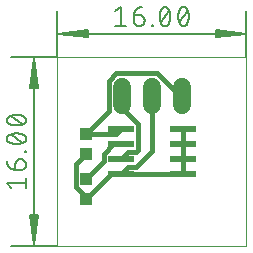
<source format=gtl>
G75*
%MOIN*%
%OFA0B0*%
%FSLAX25Y25*%
%IPPOS*%
%LPD*%
%AMOC8*
5,1,8,0,0,1.08239X$1,22.5*
%
%ADD10C,0.00000*%
%ADD11C,0.00512*%
%ADD12C,0.00600*%
%ADD13R,0.03937X0.04331*%
%ADD14C,0.06000*%
%ADD15R,0.08700X0.02400*%
%ADD16C,0.01600*%
D10*
X0021216Y0001256D02*
X0021216Y0064248D01*
X0084208Y0064248D01*
X0084208Y0001256D01*
X0021216Y0001256D01*
D11*
X0005665Y0001256D01*
X0013342Y0001512D02*
X0014365Y0011492D01*
X0014599Y0011492D02*
X0013342Y0001512D01*
X0012318Y0011492D01*
X0012085Y0011492D02*
X0014599Y0011492D01*
X0013854Y0011492D02*
X0013342Y0001512D01*
X0012830Y0011492D01*
X0012085Y0011492D02*
X0013342Y0001512D01*
X0013342Y0063992D01*
X0014365Y0054012D01*
X0014599Y0054012D02*
X0013342Y0063992D01*
X0012318Y0054012D01*
X0012085Y0054012D02*
X0014599Y0054012D01*
X0013854Y0054012D02*
X0013342Y0063992D01*
X0012830Y0054012D01*
X0012085Y0054012D02*
X0013342Y0063992D01*
X0005665Y0064248D02*
X0021216Y0064248D01*
X0021216Y0079799D01*
X0021472Y0072122D02*
X0031452Y0071098D01*
X0031452Y0070865D02*
X0021472Y0072122D01*
X0031452Y0073146D01*
X0031452Y0073379D02*
X0031452Y0070865D01*
X0031452Y0071610D02*
X0021472Y0072122D01*
X0031452Y0072634D01*
X0031452Y0073379D02*
X0021472Y0072122D01*
X0083952Y0072122D01*
X0073972Y0071098D01*
X0073972Y0070865D02*
X0083952Y0072122D01*
X0073972Y0073146D01*
X0073972Y0073379D02*
X0073972Y0070865D01*
X0073972Y0071610D02*
X0083952Y0072122D01*
X0073972Y0072634D01*
X0073972Y0073379D02*
X0083952Y0072122D01*
X0084208Y0079799D02*
X0084208Y0064248D01*
D12*
X0061994Y0075573D02*
X0061934Y0075700D01*
X0061878Y0075829D01*
X0061825Y0075959D01*
X0061775Y0076091D01*
X0061729Y0076224D01*
X0061687Y0076358D01*
X0061648Y0076493D01*
X0061612Y0076630D01*
X0061581Y0076767D01*
X0061553Y0076905D01*
X0061528Y0077043D01*
X0061508Y0077182D01*
X0061491Y0077322D01*
X0061478Y0077462D01*
X0061469Y0077603D01*
X0061463Y0077743D01*
X0061461Y0077884D01*
X0055840Y0075573D02*
X0055780Y0075700D01*
X0055724Y0075829D01*
X0055671Y0075959D01*
X0055621Y0076091D01*
X0055575Y0076224D01*
X0055533Y0076358D01*
X0055494Y0076493D01*
X0055458Y0076630D01*
X0055427Y0076767D01*
X0055399Y0076905D01*
X0055374Y0077043D01*
X0055354Y0077182D01*
X0055337Y0077322D01*
X0055324Y0077462D01*
X0055315Y0077603D01*
X0055309Y0077743D01*
X0055307Y0077884D01*
X0058862Y0077884D02*
X0058860Y0078025D01*
X0058854Y0078165D01*
X0058845Y0078306D01*
X0058832Y0078446D01*
X0058815Y0078586D01*
X0058795Y0078725D01*
X0058770Y0078863D01*
X0058742Y0079001D01*
X0058711Y0079138D01*
X0058675Y0079275D01*
X0058636Y0079410D01*
X0058594Y0079544D01*
X0058548Y0079677D01*
X0058498Y0079809D01*
X0058445Y0079939D01*
X0058389Y0080068D01*
X0058329Y0080195D01*
X0058506Y0079662D02*
X0055662Y0076106D01*
X0057084Y0074683D02*
X0057155Y0074685D01*
X0057226Y0074691D01*
X0057296Y0074700D01*
X0057366Y0074714D01*
X0057435Y0074731D01*
X0057502Y0074751D01*
X0057569Y0074776D01*
X0057634Y0074804D01*
X0057698Y0074835D01*
X0057760Y0074870D01*
X0057820Y0074908D01*
X0057877Y0074949D01*
X0057933Y0074993D01*
X0057986Y0075041D01*
X0058036Y0075091D01*
X0058084Y0075143D01*
X0058129Y0075198D01*
X0058170Y0075256D01*
X0058209Y0075316D01*
X0058244Y0075377D01*
X0058276Y0075441D01*
X0058304Y0075506D01*
X0058329Y0075572D01*
X0057084Y0074683D02*
X0057013Y0074685D01*
X0056942Y0074691D01*
X0056872Y0074700D01*
X0056802Y0074714D01*
X0056733Y0074731D01*
X0056666Y0074751D01*
X0056599Y0074776D01*
X0056534Y0074804D01*
X0056470Y0074835D01*
X0056408Y0074870D01*
X0056348Y0074908D01*
X0056290Y0074949D01*
X0056235Y0074993D01*
X0056182Y0075041D01*
X0056132Y0075091D01*
X0056084Y0075143D01*
X0056039Y0075198D01*
X0055998Y0075256D01*
X0055959Y0075316D01*
X0055924Y0075377D01*
X0055892Y0075441D01*
X0055864Y0075506D01*
X0055839Y0075572D01*
X0058329Y0075573D02*
X0058389Y0075700D01*
X0058445Y0075829D01*
X0058498Y0075959D01*
X0058548Y0076091D01*
X0058594Y0076224D01*
X0058636Y0076358D01*
X0058675Y0076493D01*
X0058711Y0076630D01*
X0058742Y0076767D01*
X0058770Y0076905D01*
X0058795Y0077043D01*
X0058815Y0077182D01*
X0058832Y0077322D01*
X0058845Y0077462D01*
X0058854Y0077603D01*
X0058860Y0077743D01*
X0058862Y0077884D01*
X0064483Y0075573D02*
X0064543Y0075700D01*
X0064599Y0075829D01*
X0064652Y0075959D01*
X0064702Y0076091D01*
X0064748Y0076224D01*
X0064790Y0076358D01*
X0064829Y0076493D01*
X0064865Y0076630D01*
X0064896Y0076767D01*
X0064924Y0076905D01*
X0064949Y0077043D01*
X0064969Y0077182D01*
X0064986Y0077322D01*
X0064999Y0077462D01*
X0065008Y0077603D01*
X0065014Y0077743D01*
X0065016Y0077884D01*
X0061460Y0077884D02*
X0061462Y0078025D01*
X0061468Y0078165D01*
X0061477Y0078306D01*
X0061490Y0078446D01*
X0061507Y0078586D01*
X0061527Y0078725D01*
X0061552Y0078863D01*
X0061580Y0079001D01*
X0061611Y0079138D01*
X0061647Y0079275D01*
X0061686Y0079410D01*
X0061728Y0079544D01*
X0061774Y0079677D01*
X0061824Y0079809D01*
X0061877Y0079939D01*
X0061933Y0080068D01*
X0061993Y0080195D01*
X0063238Y0081084D02*
X0063309Y0081082D01*
X0063380Y0081076D01*
X0063450Y0081067D01*
X0063520Y0081053D01*
X0063589Y0081036D01*
X0063656Y0081016D01*
X0063723Y0080991D01*
X0063788Y0080963D01*
X0063852Y0080932D01*
X0063914Y0080897D01*
X0063974Y0080859D01*
X0064032Y0080818D01*
X0064087Y0080774D01*
X0064140Y0080726D01*
X0064190Y0080676D01*
X0064238Y0080624D01*
X0064283Y0080569D01*
X0064324Y0080511D01*
X0064363Y0080451D01*
X0064398Y0080390D01*
X0064430Y0080326D01*
X0064458Y0080261D01*
X0064483Y0080195D01*
X0064660Y0079662D02*
X0061816Y0076106D01*
X0063238Y0074683D02*
X0063309Y0074685D01*
X0063380Y0074691D01*
X0063450Y0074700D01*
X0063520Y0074714D01*
X0063589Y0074731D01*
X0063656Y0074751D01*
X0063723Y0074776D01*
X0063788Y0074804D01*
X0063852Y0074835D01*
X0063914Y0074870D01*
X0063974Y0074908D01*
X0064031Y0074949D01*
X0064087Y0074993D01*
X0064140Y0075041D01*
X0064190Y0075091D01*
X0064238Y0075143D01*
X0064283Y0075198D01*
X0064324Y0075256D01*
X0064363Y0075316D01*
X0064398Y0075377D01*
X0064430Y0075441D01*
X0064458Y0075506D01*
X0064483Y0075572D01*
X0063238Y0074683D02*
X0063167Y0074685D01*
X0063096Y0074691D01*
X0063026Y0074700D01*
X0062956Y0074714D01*
X0062887Y0074731D01*
X0062820Y0074751D01*
X0062753Y0074776D01*
X0062688Y0074804D01*
X0062624Y0074835D01*
X0062562Y0074870D01*
X0062502Y0074908D01*
X0062444Y0074949D01*
X0062389Y0074993D01*
X0062336Y0075041D01*
X0062286Y0075091D01*
X0062238Y0075143D01*
X0062193Y0075198D01*
X0062152Y0075256D01*
X0062113Y0075316D01*
X0062078Y0075377D01*
X0062046Y0075441D01*
X0062018Y0075506D01*
X0061993Y0075572D01*
X0055306Y0077884D02*
X0055308Y0078025D01*
X0055314Y0078165D01*
X0055323Y0078306D01*
X0055336Y0078446D01*
X0055353Y0078586D01*
X0055373Y0078725D01*
X0055398Y0078863D01*
X0055426Y0079001D01*
X0055457Y0079138D01*
X0055493Y0079275D01*
X0055532Y0079410D01*
X0055574Y0079544D01*
X0055620Y0079677D01*
X0055670Y0079809D01*
X0055723Y0079939D01*
X0055779Y0080068D01*
X0055839Y0080195D01*
X0057084Y0081084D02*
X0057155Y0081082D01*
X0057226Y0081076D01*
X0057296Y0081067D01*
X0057366Y0081053D01*
X0057435Y0081036D01*
X0057502Y0081016D01*
X0057569Y0080991D01*
X0057634Y0080963D01*
X0057698Y0080932D01*
X0057760Y0080897D01*
X0057820Y0080859D01*
X0057878Y0080818D01*
X0057933Y0080774D01*
X0057986Y0080726D01*
X0058036Y0080676D01*
X0058084Y0080624D01*
X0058129Y0080569D01*
X0058170Y0080511D01*
X0058209Y0080451D01*
X0058244Y0080390D01*
X0058276Y0080326D01*
X0058304Y0080261D01*
X0058329Y0080195D01*
X0057084Y0081084D02*
X0057013Y0081082D01*
X0056942Y0081076D01*
X0056872Y0081067D01*
X0056802Y0081053D01*
X0056733Y0081036D01*
X0056666Y0081016D01*
X0056599Y0080991D01*
X0056534Y0080963D01*
X0056470Y0080932D01*
X0056408Y0080897D01*
X0056348Y0080859D01*
X0056290Y0080818D01*
X0056235Y0080774D01*
X0056182Y0080726D01*
X0056132Y0080676D01*
X0056084Y0080624D01*
X0056039Y0080569D01*
X0055998Y0080511D01*
X0055959Y0080451D01*
X0055924Y0080390D01*
X0055892Y0080326D01*
X0055864Y0080261D01*
X0055839Y0080195D01*
X0064483Y0080195D02*
X0064543Y0080068D01*
X0064599Y0079939D01*
X0064652Y0079809D01*
X0064702Y0079677D01*
X0064748Y0079544D01*
X0064790Y0079410D01*
X0064829Y0079275D01*
X0064865Y0079138D01*
X0064896Y0079001D01*
X0064924Y0078863D01*
X0064949Y0078725D01*
X0064969Y0078586D01*
X0064986Y0078446D01*
X0064999Y0078306D01*
X0065008Y0078165D01*
X0065014Y0078025D01*
X0065016Y0077884D01*
X0063238Y0081084D02*
X0063167Y0081082D01*
X0063096Y0081076D01*
X0063026Y0081067D01*
X0062956Y0081053D01*
X0062887Y0081036D01*
X0062820Y0081016D01*
X0062753Y0080991D01*
X0062688Y0080963D01*
X0062624Y0080932D01*
X0062562Y0080897D01*
X0062502Y0080859D01*
X0062444Y0080818D01*
X0062389Y0080774D01*
X0062336Y0080726D01*
X0062286Y0080676D01*
X0062238Y0080624D01*
X0062193Y0080569D01*
X0062152Y0080511D01*
X0062113Y0080451D01*
X0062078Y0080390D01*
X0062046Y0080326D01*
X0062018Y0080261D01*
X0061993Y0080195D01*
X0052954Y0075039D02*
X0052954Y0074684D01*
X0052599Y0074684D01*
X0052599Y0075039D01*
X0052954Y0075039D01*
X0050246Y0076462D02*
X0050246Y0076817D01*
X0050244Y0076891D01*
X0050238Y0076966D01*
X0050228Y0077039D01*
X0050215Y0077113D01*
X0050198Y0077185D01*
X0050176Y0077256D01*
X0050152Y0077327D01*
X0050123Y0077395D01*
X0050091Y0077463D01*
X0050055Y0077528D01*
X0050017Y0077591D01*
X0049974Y0077653D01*
X0049929Y0077712D01*
X0049881Y0077769D01*
X0049830Y0077823D01*
X0049776Y0077874D01*
X0049719Y0077922D01*
X0049660Y0077967D01*
X0049598Y0078010D01*
X0049535Y0078048D01*
X0049470Y0078084D01*
X0049402Y0078116D01*
X0049334Y0078145D01*
X0049263Y0078169D01*
X0049192Y0078191D01*
X0049120Y0078208D01*
X0049046Y0078221D01*
X0048973Y0078231D01*
X0048898Y0078237D01*
X0048824Y0078239D01*
X0046691Y0078239D01*
X0046691Y0076462D01*
X0046693Y0076379D01*
X0046699Y0076296D01*
X0046709Y0076213D01*
X0046722Y0076130D01*
X0046740Y0076049D01*
X0046761Y0075968D01*
X0046786Y0075889D01*
X0046815Y0075811D01*
X0046847Y0075734D01*
X0046883Y0075659D01*
X0046922Y0075585D01*
X0046965Y0075514D01*
X0047011Y0075444D01*
X0047061Y0075377D01*
X0047113Y0075312D01*
X0047168Y0075250D01*
X0047227Y0075190D01*
X0047288Y0075133D01*
X0047351Y0075079D01*
X0047417Y0075028D01*
X0047486Y0074981D01*
X0047556Y0074936D01*
X0047629Y0074895D01*
X0047703Y0074858D01*
X0047779Y0074823D01*
X0047857Y0074793D01*
X0047935Y0074766D01*
X0048016Y0074743D01*
X0048097Y0074723D01*
X0048179Y0074708D01*
X0048261Y0074696D01*
X0048344Y0074688D01*
X0048427Y0074684D01*
X0048511Y0074684D01*
X0048594Y0074688D01*
X0048677Y0074696D01*
X0048759Y0074708D01*
X0048841Y0074723D01*
X0048922Y0074743D01*
X0049003Y0074766D01*
X0049081Y0074793D01*
X0049159Y0074823D01*
X0049235Y0074858D01*
X0049309Y0074895D01*
X0049382Y0074936D01*
X0049452Y0074981D01*
X0049521Y0075028D01*
X0049587Y0075079D01*
X0049650Y0075133D01*
X0049711Y0075190D01*
X0049770Y0075250D01*
X0049825Y0075312D01*
X0049877Y0075377D01*
X0049927Y0075444D01*
X0049973Y0075514D01*
X0050016Y0075585D01*
X0050055Y0075659D01*
X0050091Y0075734D01*
X0050123Y0075811D01*
X0050152Y0075889D01*
X0050177Y0075968D01*
X0050198Y0076049D01*
X0050216Y0076130D01*
X0050229Y0076213D01*
X0050239Y0076296D01*
X0050245Y0076379D01*
X0050247Y0076462D01*
X0046691Y0078239D02*
X0046693Y0078345D01*
X0046699Y0078452D01*
X0046709Y0078557D01*
X0046723Y0078663D01*
X0046741Y0078768D01*
X0046762Y0078872D01*
X0046788Y0078975D01*
X0046817Y0079077D01*
X0046851Y0079178D01*
X0046888Y0079278D01*
X0046928Y0079376D01*
X0046973Y0079473D01*
X0047021Y0079568D01*
X0047072Y0079661D01*
X0047127Y0079752D01*
X0047185Y0079841D01*
X0047247Y0079928D01*
X0047311Y0080012D01*
X0047379Y0080094D01*
X0047450Y0080173D01*
X0047524Y0080250D01*
X0047601Y0080324D01*
X0047680Y0080395D01*
X0047762Y0080463D01*
X0047846Y0080527D01*
X0047933Y0080589D01*
X0048022Y0080647D01*
X0048113Y0080702D01*
X0048206Y0080753D01*
X0048301Y0080801D01*
X0048398Y0080846D01*
X0048496Y0080886D01*
X0048596Y0080923D01*
X0048697Y0080957D01*
X0048799Y0080986D01*
X0048902Y0081012D01*
X0049006Y0081033D01*
X0049111Y0081051D01*
X0049217Y0081065D01*
X0049322Y0081075D01*
X0049429Y0081081D01*
X0049535Y0081083D01*
X0044092Y0074684D02*
X0040537Y0074684D01*
X0042315Y0074684D02*
X0042315Y0081084D01*
X0040537Y0079662D01*
X0009891Y0042034D02*
X0009764Y0041974D01*
X0009635Y0041918D01*
X0009505Y0041865D01*
X0009373Y0041815D01*
X0009240Y0041769D01*
X0009106Y0041727D01*
X0008971Y0041688D01*
X0008834Y0041652D01*
X0008697Y0041621D01*
X0008559Y0041593D01*
X0008421Y0041568D01*
X0008282Y0041548D01*
X0008142Y0041531D01*
X0008002Y0041518D01*
X0007861Y0041509D01*
X0007721Y0041503D01*
X0007580Y0041501D01*
X0009891Y0035880D02*
X0009764Y0035820D01*
X0009635Y0035764D01*
X0009505Y0035711D01*
X0009373Y0035661D01*
X0009240Y0035615D01*
X0009106Y0035573D01*
X0008971Y0035534D01*
X0008834Y0035498D01*
X0008697Y0035467D01*
X0008559Y0035439D01*
X0008421Y0035414D01*
X0008282Y0035394D01*
X0008142Y0035377D01*
X0008002Y0035364D01*
X0007861Y0035355D01*
X0007721Y0035349D01*
X0007580Y0035347D01*
X0007580Y0038902D02*
X0007439Y0038900D01*
X0007299Y0038894D01*
X0007158Y0038885D01*
X0007018Y0038872D01*
X0006878Y0038855D01*
X0006739Y0038835D01*
X0006601Y0038810D01*
X0006463Y0038782D01*
X0006326Y0038751D01*
X0006189Y0038715D01*
X0006054Y0038676D01*
X0005920Y0038634D01*
X0005787Y0038588D01*
X0005655Y0038538D01*
X0005525Y0038485D01*
X0005396Y0038429D01*
X0005269Y0038369D01*
X0005802Y0038546D02*
X0009358Y0035702D01*
X0010780Y0037124D02*
X0010778Y0037195D01*
X0010772Y0037266D01*
X0010763Y0037336D01*
X0010749Y0037406D01*
X0010732Y0037475D01*
X0010712Y0037542D01*
X0010687Y0037609D01*
X0010659Y0037674D01*
X0010628Y0037738D01*
X0010593Y0037800D01*
X0010555Y0037860D01*
X0010514Y0037917D01*
X0010470Y0037973D01*
X0010422Y0038026D01*
X0010372Y0038076D01*
X0010320Y0038124D01*
X0010265Y0038169D01*
X0010207Y0038210D01*
X0010147Y0038249D01*
X0010086Y0038284D01*
X0010022Y0038316D01*
X0009957Y0038344D01*
X0009891Y0038369D01*
X0010780Y0037124D02*
X0010778Y0037053D01*
X0010772Y0036982D01*
X0010763Y0036912D01*
X0010749Y0036842D01*
X0010732Y0036773D01*
X0010712Y0036706D01*
X0010687Y0036639D01*
X0010659Y0036574D01*
X0010628Y0036510D01*
X0010593Y0036448D01*
X0010555Y0036388D01*
X0010514Y0036330D01*
X0010470Y0036275D01*
X0010422Y0036222D01*
X0010372Y0036172D01*
X0010320Y0036124D01*
X0010265Y0036079D01*
X0010207Y0036038D01*
X0010147Y0035999D01*
X0010086Y0035964D01*
X0010022Y0035932D01*
X0009957Y0035904D01*
X0009891Y0035879D01*
X0010424Y0032994D02*
X0010780Y0032994D01*
X0010780Y0032639D01*
X0010424Y0032639D01*
X0010424Y0032994D01*
X0009002Y0030286D02*
X0008647Y0030286D01*
X0008573Y0030284D01*
X0008498Y0030278D01*
X0008425Y0030268D01*
X0008351Y0030255D01*
X0008279Y0030238D01*
X0008208Y0030216D01*
X0008137Y0030192D01*
X0008069Y0030163D01*
X0008001Y0030131D01*
X0007936Y0030095D01*
X0007873Y0030057D01*
X0007811Y0030014D01*
X0007752Y0029969D01*
X0007695Y0029921D01*
X0007641Y0029870D01*
X0007590Y0029816D01*
X0007542Y0029759D01*
X0007497Y0029700D01*
X0007454Y0029638D01*
X0007416Y0029575D01*
X0007380Y0029510D01*
X0007348Y0029442D01*
X0007319Y0029374D01*
X0007295Y0029303D01*
X0007273Y0029232D01*
X0007256Y0029160D01*
X0007243Y0029086D01*
X0007233Y0029013D01*
X0007227Y0028938D01*
X0007225Y0028864D01*
X0007224Y0028864D02*
X0007224Y0026731D01*
X0009002Y0026731D01*
X0009085Y0026733D01*
X0009168Y0026739D01*
X0009251Y0026749D01*
X0009334Y0026762D01*
X0009415Y0026780D01*
X0009496Y0026801D01*
X0009575Y0026826D01*
X0009653Y0026855D01*
X0009730Y0026887D01*
X0009805Y0026923D01*
X0009879Y0026962D01*
X0009950Y0027005D01*
X0010020Y0027051D01*
X0010087Y0027101D01*
X0010152Y0027153D01*
X0010214Y0027208D01*
X0010274Y0027267D01*
X0010331Y0027328D01*
X0010385Y0027391D01*
X0010436Y0027457D01*
X0010483Y0027526D01*
X0010528Y0027596D01*
X0010569Y0027669D01*
X0010606Y0027743D01*
X0010641Y0027819D01*
X0010671Y0027897D01*
X0010698Y0027975D01*
X0010721Y0028056D01*
X0010741Y0028137D01*
X0010756Y0028219D01*
X0010768Y0028301D01*
X0010776Y0028384D01*
X0010780Y0028467D01*
X0010780Y0028551D01*
X0010776Y0028634D01*
X0010768Y0028717D01*
X0010756Y0028799D01*
X0010741Y0028881D01*
X0010721Y0028962D01*
X0010698Y0029043D01*
X0010671Y0029121D01*
X0010641Y0029199D01*
X0010606Y0029275D01*
X0010569Y0029349D01*
X0010528Y0029422D01*
X0010483Y0029492D01*
X0010436Y0029561D01*
X0010385Y0029627D01*
X0010331Y0029690D01*
X0010274Y0029751D01*
X0010214Y0029810D01*
X0010152Y0029865D01*
X0010087Y0029917D01*
X0010020Y0029967D01*
X0009950Y0030013D01*
X0009879Y0030056D01*
X0009805Y0030095D01*
X0009730Y0030131D01*
X0009653Y0030163D01*
X0009575Y0030192D01*
X0009496Y0030217D01*
X0009415Y0030238D01*
X0009334Y0030256D01*
X0009251Y0030269D01*
X0009168Y0030279D01*
X0009085Y0030285D01*
X0009002Y0030287D01*
X0007224Y0026731D02*
X0007118Y0026733D01*
X0007011Y0026739D01*
X0006906Y0026749D01*
X0006800Y0026763D01*
X0006695Y0026781D01*
X0006591Y0026802D01*
X0006488Y0026828D01*
X0006386Y0026857D01*
X0006285Y0026891D01*
X0006185Y0026928D01*
X0006087Y0026968D01*
X0005990Y0027013D01*
X0005895Y0027061D01*
X0005802Y0027112D01*
X0005711Y0027167D01*
X0005622Y0027225D01*
X0005535Y0027287D01*
X0005451Y0027351D01*
X0005369Y0027419D01*
X0005290Y0027490D01*
X0005213Y0027564D01*
X0005139Y0027641D01*
X0005068Y0027720D01*
X0005000Y0027802D01*
X0004936Y0027886D01*
X0004874Y0027973D01*
X0004816Y0028062D01*
X0004761Y0028153D01*
X0004710Y0028246D01*
X0004662Y0028341D01*
X0004617Y0028438D01*
X0004577Y0028536D01*
X0004540Y0028636D01*
X0004506Y0028737D01*
X0004477Y0028839D01*
X0004451Y0028942D01*
X0004430Y0029046D01*
X0004412Y0029151D01*
X0004398Y0029257D01*
X0004388Y0029362D01*
X0004382Y0029469D01*
X0004380Y0029575D01*
X0007580Y0038902D02*
X0007721Y0038900D01*
X0007861Y0038894D01*
X0008002Y0038885D01*
X0008142Y0038872D01*
X0008282Y0038855D01*
X0008421Y0038835D01*
X0008559Y0038810D01*
X0008697Y0038782D01*
X0008834Y0038751D01*
X0008971Y0038715D01*
X0009106Y0038676D01*
X0009240Y0038634D01*
X0009373Y0038588D01*
X0009505Y0038538D01*
X0009635Y0038485D01*
X0009764Y0038429D01*
X0009891Y0038369D01*
X0009891Y0044523D02*
X0009764Y0044583D01*
X0009635Y0044639D01*
X0009505Y0044692D01*
X0009373Y0044742D01*
X0009240Y0044788D01*
X0009106Y0044830D01*
X0008971Y0044869D01*
X0008834Y0044905D01*
X0008697Y0044936D01*
X0008559Y0044964D01*
X0008421Y0044989D01*
X0008282Y0045009D01*
X0008142Y0045026D01*
X0008002Y0045039D01*
X0007861Y0045048D01*
X0007721Y0045054D01*
X0007580Y0045056D01*
X0007580Y0041501D02*
X0007439Y0041503D01*
X0007299Y0041509D01*
X0007158Y0041518D01*
X0007018Y0041531D01*
X0006878Y0041548D01*
X0006739Y0041568D01*
X0006601Y0041593D01*
X0006463Y0041621D01*
X0006326Y0041652D01*
X0006189Y0041688D01*
X0006054Y0041727D01*
X0005920Y0041769D01*
X0005787Y0041815D01*
X0005655Y0041865D01*
X0005525Y0041918D01*
X0005396Y0041974D01*
X0005269Y0042034D01*
X0004380Y0043278D02*
X0004382Y0043349D01*
X0004388Y0043420D01*
X0004397Y0043490D01*
X0004411Y0043560D01*
X0004428Y0043629D01*
X0004448Y0043696D01*
X0004473Y0043763D01*
X0004501Y0043828D01*
X0004532Y0043892D01*
X0004567Y0043954D01*
X0004605Y0044014D01*
X0004646Y0044072D01*
X0004690Y0044127D01*
X0004738Y0044180D01*
X0004788Y0044230D01*
X0004840Y0044278D01*
X0004895Y0044323D01*
X0004953Y0044364D01*
X0005013Y0044403D01*
X0005074Y0044438D01*
X0005138Y0044470D01*
X0005203Y0044498D01*
X0005269Y0044523D01*
X0005802Y0044701D02*
X0009358Y0041856D01*
X0010780Y0043278D02*
X0010778Y0043349D01*
X0010772Y0043420D01*
X0010763Y0043490D01*
X0010749Y0043560D01*
X0010732Y0043629D01*
X0010712Y0043696D01*
X0010687Y0043763D01*
X0010659Y0043828D01*
X0010628Y0043892D01*
X0010593Y0043954D01*
X0010555Y0044014D01*
X0010514Y0044071D01*
X0010470Y0044127D01*
X0010422Y0044180D01*
X0010372Y0044230D01*
X0010320Y0044278D01*
X0010265Y0044323D01*
X0010207Y0044364D01*
X0010147Y0044403D01*
X0010086Y0044438D01*
X0010022Y0044470D01*
X0009957Y0044498D01*
X0009891Y0044523D01*
X0010780Y0043278D02*
X0010778Y0043207D01*
X0010772Y0043136D01*
X0010763Y0043066D01*
X0010749Y0042996D01*
X0010732Y0042927D01*
X0010712Y0042860D01*
X0010687Y0042793D01*
X0010659Y0042728D01*
X0010628Y0042664D01*
X0010593Y0042602D01*
X0010555Y0042542D01*
X0010514Y0042484D01*
X0010470Y0042429D01*
X0010422Y0042376D01*
X0010372Y0042326D01*
X0010320Y0042278D01*
X0010265Y0042233D01*
X0010207Y0042192D01*
X0010147Y0042153D01*
X0010086Y0042118D01*
X0010022Y0042086D01*
X0009957Y0042058D01*
X0009891Y0042033D01*
X0007580Y0035347D02*
X0007439Y0035349D01*
X0007299Y0035355D01*
X0007158Y0035364D01*
X0007018Y0035377D01*
X0006878Y0035394D01*
X0006739Y0035414D01*
X0006601Y0035439D01*
X0006463Y0035467D01*
X0006326Y0035498D01*
X0006189Y0035534D01*
X0006054Y0035573D01*
X0005920Y0035615D01*
X0005787Y0035661D01*
X0005655Y0035711D01*
X0005525Y0035764D01*
X0005396Y0035820D01*
X0005269Y0035880D01*
X0004380Y0037124D02*
X0004382Y0037195D01*
X0004388Y0037266D01*
X0004397Y0037336D01*
X0004411Y0037406D01*
X0004428Y0037475D01*
X0004448Y0037542D01*
X0004473Y0037609D01*
X0004501Y0037674D01*
X0004532Y0037738D01*
X0004567Y0037800D01*
X0004605Y0037860D01*
X0004646Y0037918D01*
X0004690Y0037973D01*
X0004738Y0038026D01*
X0004788Y0038076D01*
X0004840Y0038124D01*
X0004895Y0038169D01*
X0004953Y0038210D01*
X0005013Y0038249D01*
X0005074Y0038284D01*
X0005138Y0038316D01*
X0005203Y0038344D01*
X0005269Y0038369D01*
X0004380Y0037124D02*
X0004382Y0037053D01*
X0004388Y0036982D01*
X0004397Y0036912D01*
X0004411Y0036842D01*
X0004428Y0036773D01*
X0004448Y0036706D01*
X0004473Y0036639D01*
X0004501Y0036574D01*
X0004532Y0036510D01*
X0004567Y0036448D01*
X0004605Y0036388D01*
X0004646Y0036330D01*
X0004690Y0036275D01*
X0004738Y0036222D01*
X0004788Y0036172D01*
X0004840Y0036124D01*
X0004895Y0036079D01*
X0004953Y0036038D01*
X0005013Y0035999D01*
X0005074Y0035964D01*
X0005138Y0035932D01*
X0005203Y0035904D01*
X0005269Y0035879D01*
X0005269Y0044523D02*
X0005396Y0044583D01*
X0005525Y0044639D01*
X0005655Y0044692D01*
X0005787Y0044742D01*
X0005920Y0044788D01*
X0006054Y0044830D01*
X0006189Y0044869D01*
X0006326Y0044905D01*
X0006463Y0044936D01*
X0006601Y0044964D01*
X0006739Y0044989D01*
X0006878Y0045009D01*
X0007018Y0045026D01*
X0007158Y0045039D01*
X0007299Y0045048D01*
X0007439Y0045054D01*
X0007580Y0045056D01*
X0004380Y0043278D02*
X0004382Y0043207D01*
X0004388Y0043136D01*
X0004397Y0043066D01*
X0004411Y0042996D01*
X0004428Y0042927D01*
X0004448Y0042860D01*
X0004473Y0042793D01*
X0004501Y0042728D01*
X0004532Y0042664D01*
X0004567Y0042602D01*
X0004605Y0042542D01*
X0004646Y0042484D01*
X0004690Y0042429D01*
X0004738Y0042376D01*
X0004788Y0042326D01*
X0004840Y0042278D01*
X0004895Y0042233D01*
X0004953Y0042192D01*
X0005013Y0042153D01*
X0005074Y0042118D01*
X0005138Y0042086D01*
X0005203Y0042058D01*
X0005269Y0042033D01*
X0010780Y0024132D02*
X0010780Y0020577D01*
X0010780Y0022355D02*
X0004380Y0022355D01*
X0005802Y0020577D01*
X0030861Y0023815D02*
X0031350Y0023947D01*
X0039750Y0034747D02*
X0042150Y0034747D01*
X0042412Y0035252D01*
X0042150Y0040147D02*
X0042412Y0040252D01*
X0031350Y0038947D02*
X0030901Y0038776D01*
D13*
X0030901Y0038776D03*
X0030901Y0032083D03*
X0030861Y0023815D03*
X0030861Y0017122D03*
D14*
X0042712Y0048453D02*
X0042712Y0054453D01*
X0052712Y0054453D02*
X0052712Y0048453D01*
X0062712Y0048453D02*
X0062712Y0054453D01*
D15*
X0063012Y0040252D03*
X0063012Y0035252D03*
X0063012Y0030252D03*
X0063012Y0025252D03*
X0042412Y0025252D03*
X0042412Y0030252D03*
X0042412Y0035252D03*
X0042412Y0040252D03*
D16*
X0042150Y0040147D02*
X0040778Y0038776D01*
X0030901Y0038776D01*
X0038312Y0046187D01*
X0038312Y0056275D01*
X0040889Y0058853D01*
X0054534Y0058853D01*
X0061934Y0051453D01*
X0062712Y0051453D01*
X0052712Y0051453D02*
X0052712Y0033022D01*
X0047342Y0027652D01*
X0044812Y0027652D01*
X0042412Y0025252D01*
X0038991Y0025252D01*
X0030861Y0017122D01*
X0030861Y0017701D01*
X0027493Y0021070D01*
X0027493Y0028675D01*
X0030901Y0032083D01*
X0036662Y0032032D02*
X0036662Y0029615D01*
X0030861Y0023815D01*
X0036662Y0032032D02*
X0039882Y0035252D01*
X0042412Y0035252D01*
X0044812Y0032652D02*
X0042412Y0030252D01*
X0044812Y0032652D02*
X0047342Y0032652D01*
X0048162Y0033472D01*
X0048162Y0042032D01*
X0042712Y0047482D01*
X0042712Y0051453D01*
X0063012Y0040252D02*
X0063012Y0035252D01*
X0063012Y0030252D01*
X0063012Y0025252D01*
X0042412Y0025252D01*
M02*

</source>
